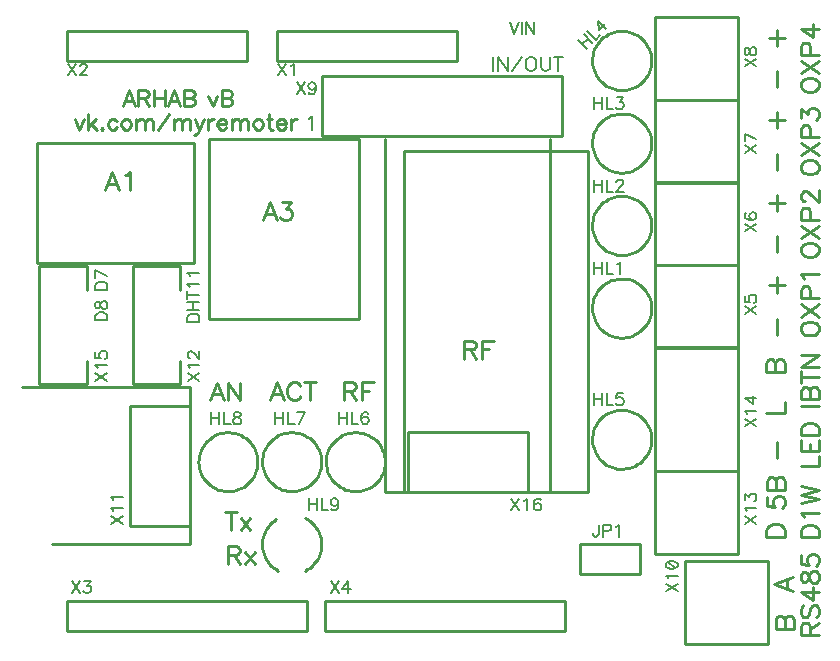
<source format=gto>
G04  Format:          Gerber Format (RS-274-D), ASCII*
G04*
G04  Format Options:  Absolute Positioning*
G04                   Leading-Zero Suppression*
G04                   Scale Factor 1:1*
G04                   NO Circular Interpolation*
G04                   Millimeter Units*
G04                   Numeric Format: 4.4 (XXXX.XXXX)*
G04                   G54 NOT Used for Aperture Change*
G04                   Apertures Embedded*
G04*
G04  File Options:    Offset = (0.000mm,0.000mm)*
G04                   Drill Symbol Size = 0.000mm*
G04                   No Pad/Via Holes*
G04*
G04  File Contents:   No Pads*
G04                   No Vias*
G04                   Designators*
G04                   No Types*
G04                   No Values*
G04                   No Drill Symbols*
G04                   Top Silk*
G04*
%INARHAB_VB.GTO*%
%ICAS*%
%MOMM*%
G04*
G04  Aperture MACROs for general use --- invoked via D-code assignment *
G04*
G04  General MACRO for flashed round with rotation and/or offset hole *
%AMROTOFFROUND*
1,1,$1,0.0000,0.0000*
1,0,$2,$3,$4*%
G04*
G04  General MACRO for flashed oval (obround) with rotation and/or offset hole *
%AMROTOFFOVAL*
21,1,$1,$2,0.0000,0.0000,$3*
1,1,$4,$5,$6*
1,1,$4,0-$5,0-$6*
1,0,$7,$8,$9*%
G04*
G04  General MACRO for flashed oval (obround) with rotation and no hole *
%AMROTOVALNOHOLE*
21,1,$1,$2,0.0000,0.0000,$3*
1,1,$4,$5,$6*
1,1,$4,0-$5,0-$6*%
G04*
G04  General MACRO for flashed rectangle with rotation and/or offset hole *
%AMROTOFFRECT*
21,1,$1,$2,0.0000,0.0000,$3*
1,0,$4,$5,$6*%
G04*
G04  General MACRO for flashed rectangle with rotation and no hole *
%AMROTRECTNOHOLE*
21,1,$1,$2,0.0000,0.0000,$3*%
G04*
G04  General MACRO for flashed rounded-rectangle *
%AMROUNDRECT*
21,1,$1,$2-$4,0.0000,0.0000,$3*
21,1,$1-$4,$2,0.0000,0.0000,$3*
1,1,$4,$5,$6*
1,1,$4,$7,$8*
1,1,$4,0-$5,0-$6*
1,1,$4,0-$7,0-$8*
1,0,$9,$10,$11*%
G04*
G04  General MACRO for flashed rounded-rectangle with rotation and no hole *
%AMROUNDRECTNOHOLE*
21,1,$1,$2-$4,0.0000,0.0000,$3*
21,1,$1-$4,$2,0.0000,0.0000,$3*
1,1,$4,$5,$6*
1,1,$4,$7,$8*
1,1,$4,0-$5,0-$6*
1,1,$4,0-$7,0-$8*%
G04*
G04  General MACRO for flashed regular polygon *
%AMREGPOLY*
5,1,$1,0.0000,0.0000,$2,$3+$4*
1,0,$5,$6,$7*%
G04*
G04  General MACRO for flashed regular polygon with no hole *
%AMREGPOLYNOHOLE*
5,1,$1,0.0000,0.0000,$2,$3+$4*%
G04*
G04  General MACRO for target *
%AMTARGET*
6,0,0,$1,$2,$3,4,$4,$5,$6*%
G04*
G04  General MACRO for mounting hole *
%AMMTHOLE*
1,1,$1,0,0*
1,0,$2,0,0*
$1=$1-$2*
$1=$1/2*
21,1,$2+$1,$3,0,0,$4*
21,1,$3,$2+$1,0,0,$4*%
G04*
G04*
G04  D10 : "Ellipse X0.254mm Y0.254mm H0.000mm 0.0deg (0.000mm,0.000mm) Draw"*
G04  Disc: OuterDia=0.2540*
%ADD10C, 0.2540*%
G04  D11 : "Ellipse X0.279mm Y0.279mm H0.000mm 0.0deg (0.000mm,0.000mm) Draw"*
G04  Disc: OuterDia=0.2794*
%ADD11C, 0.2794*%
G04  D12 : "Ellipse X0.381mm Y0.381mm H0.000mm 0.0deg (0.000mm,0.000mm) Draw"*
G04  Disc: OuterDia=0.3810*
%ADD12C, 0.3810*%
G04  D13 : "Ellipse X0.508mm Y0.508mm H0.000mm 0.0deg (0.000mm,0.000mm) Draw"*
G04  Disc: OuterDia=0.5080*
%ADD13C, 0.5080*%
G04  D14 : "Ellipse X0.635mm Y0.635mm H0.000mm 0.0deg (0.000mm,0.000mm) Draw"*
G04  Disc: OuterDia=0.6350*
%ADD14C, 0.6350*%
G04  D15 : "Ellipse X0.762mm Y0.762mm H0.000mm 0.0deg (0.000mm,0.000mm) Draw"*
G04  Disc: OuterDia=0.7620*
%ADD15C, 0.7620*%
G04  D16 : "Ellipse X0.127mm Y0.127mm H0.000mm 0.0deg (0.000mm,0.000mm) Draw"*
G04  Disc: OuterDia=0.1270*
%ADD16C, 0.1270*%
G04  D17 : "Ellipse X0.152mm Y0.152mm H0.000mm 0.0deg (0.000mm,0.000mm) Draw"*
G04  Disc: OuterDia=0.1524*
%ADD17C, 0.1524*%
G04  D18 : "Ellipse X0.180mm Y0.180mm H0.000mm 0.0deg (0.000mm,0.000mm) Draw"*
G04  Disc: OuterDia=0.1800*
%ADD18C, 0.1800*%
G04  D19 : "Ellipse X0.250mm Y0.250mm H0.000mm 0.0deg (0.000mm,0.000mm) Draw"*
G04  Disc: OuterDia=0.2500*
%ADD19C, 0.2500*%
G04  D20 : "Ellipse X3.152mm Y3.152mm H0.000mm 0.0deg (0.000mm,0.000mm) Flash"*
G04  Disc: OuterDia=3.1520*
%ADD20C, 3.1520*%
G04  D21 : "Ellipse X1.500mm Y1.500mm H0.000mm 0.0deg (0.000mm,0.000mm) Flash"*
G04  Disc: OuterDia=1.5000*
%ADD21C, 1.5000*%
G04  D22 : "Ellipse X1.524mm Y1.524mm H0.000mm 0.0deg (0.000mm,0.000mm) Flash"*
G04  Disc: OuterDia=1.5240*
%ADD22C, 1.5240*%
G04  D23 : "Ellipse X1.626mm Y1.626mm H0.000mm 0.0deg (0.000mm,0.000mm) Flash"*
G04  Disc: OuterDia=1.6256*
%ADD23C, 1.6256*%
G04  D24 : "Ellipse X1.652mm Y1.652mm H0.000mm 0.0deg (0.000mm,0.000mm) Flash"*
G04  Disc: OuterDia=1.6520*
%ADD24C, 1.6520*%
G04  D25 : "Ellipse X1.676mm Y1.676mm H0.000mm 0.0deg (0.000mm,0.000mm) Flash"*
G04  Disc: OuterDia=1.6760*
%ADD25C, 1.6760*%
G04  D26 : "Ellipse X1.778mm Y1.778mm H0.000mm 0.0deg (0.000mm,0.000mm) Flash"*
G04  Disc: OuterDia=1.7776*
%ADD26C, 1.7776*%
G04  D27 : "Mounting Hole X3.000mm Y3.000mm H0.000mm 0.0deg (0.000mm,0.000mm) Flash"*
G04  Mounting Hole: Diameter=3.0000, Rotation=0.0, LineWidth=0.1270 *
%ADD27MTHOLE, 3.0000 X2.4920 X0.1270 X0.0*%
G04  D28 : "Rectangle X0.813mm Y0.813mm H0.000mm 0.0deg (0.000mm,0.000mm) Flash"*
G04  Square: Side=0.8128, Rotation=0.0, OffsetX=0.0000, OffsetY=0.0000, HoleDia=0.0000*
%ADD28R, 0.8128 X0.8128*%
G04  D29 : "Rectangle X0.965mm Y0.965mm H0.000mm 0.0deg (0.000mm,0.000mm) Flash"*
G04  Square: Side=0.9648, Rotation=0.0, OffsetX=0.0000, OffsetY=0.0000, HoleDia=0.0000*
%ADD29R, 0.9648 X0.9648*%
G04  D30 : "Rectangle X1.500mm Y1.000mm H0.000mm 0.0deg (0.000mm,0.000mm) Flash"*
G04  Rectangular: DimX=1.5000, DimY=1.0000, Rotation=0.0, OffsetX=0.0000, OffsetY=0.0000, HoleDia=0.0000 *
%ADD30R, 1.5000 X1.0000*%
G04  D31 : "Rectangle X1.400mm Y1.100mm H0.000mm 0.0deg (0.000mm,0.000mm) Flash"*
G04  Rectangular: DimX=1.4000, DimY=1.1000, Rotation=0.0, OffsetX=0.0000, OffsetY=0.0000, HoleDia=0.0000 *
%ADD31R, 1.4000 X1.1000*%
G04  D32 : "Rectangle X1.652mm Y1.152mm H0.000mm 0.0deg (0.000mm,0.000mm) Flash"*
G04  Rectangular: DimX=1.6520, DimY=1.1520, Rotation=0.0, OffsetX=0.0000, OffsetY=0.0000, HoleDia=0.0000 *
%ADD32R, 1.6520 X1.1520*%
G04  D33 : "Rectangle X1.552mm Y1.252mm H0.000mm 0.0deg (0.000mm,0.000mm) Flash"*
G04  Rectangular: DimX=1.5520, DimY=1.2520, Rotation=0.0, OffsetX=0.0000, OffsetY=0.0000, HoleDia=0.0000 *
%ADD33R, 1.5520 X1.2520*%
G04  D34 : "Rectangle X1.500mm Y1.500mm H0.000mm 0.0deg (0.000mm,0.000mm) Flash"*
G04  Square: Side=1.5000, Rotation=0.0, OffsetX=0.0000, OffsetY=0.0000, HoleDia=0.0000*
%ADD34R, 1.5000 X1.5000*%
G04  D35 : "Rectangle X1.524mm Y1.524mm H0.000mm 0.0deg (0.000mm,0.000mm) Flash"*
G04  Square: Side=1.5240, Rotation=0.0, OffsetX=0.0000, OffsetY=0.0000, HoleDia=0.0000*
%ADD35R, 1.5240 X1.5240*%
G04  D36 : "Rectangle X1.626mm Y1.626mm H0.000mm 0.0deg (0.000mm,0.000mm) Flash"*
G04  Square: Side=1.6256, Rotation=0.0, OffsetX=0.0000, OffsetY=0.0000, HoleDia=0.0000*
%ADD36R, 1.6256 X1.6256*%
G04  D37 : "Rectangle X1.652mm Y1.652mm H0.000mm 0.0deg (0.000mm,0.000mm) Flash"*
G04  Square: Side=1.6520, Rotation=0.0, OffsetX=0.0000, OffsetY=0.0000, HoleDia=0.0000*
%ADD37R, 1.6520 X1.6520*%
G04  D38 : "Rectangle X1.676mm Y1.676mm H0.000mm 0.0deg (0.000mm,0.000mm) Flash"*
G04  Square: Side=1.6760, Rotation=0.0, OffsetX=0.0000, OffsetY=0.0000, HoleDia=0.0000*
%ADD38R, 1.6760 X1.6760*%
G04  D39 : "Rectangle X1.778mm Y1.778mm H0.000mm 0.0deg (0.000mm,0.000mm) Flash"*
G04  Square: Side=1.7776, Rotation=0.0, OffsetX=0.0000, OffsetY=0.0000, HoleDia=0.0000*
%ADD39R, 1.7776 X1.7776*%
G04  D40 : "Rectangle X2.032mm Y0.660mm H0.000mm 0.0deg (0.000mm,0.000mm) Flash"*
G04  Rectangular: DimX=2.0320, DimY=0.6604, Rotation=0.0, OffsetX=0.0000, OffsetY=0.0000, HoleDia=0.0000 *
%ADD40R, 2.0320 X0.6604*%
G04  D41 : "Rectangle X0.660mm Y2.032mm H0.000mm 0.0deg (0.000mm,0.000mm) Flash"*
G04  Rectangular: DimX=0.6604, DimY=2.0320, Rotation=0.0, OffsetX=0.0000, OffsetY=0.0000, HoleDia=0.0000 *
%ADD41R, 0.6604 X2.0320*%
G04  D42 : "Rectangle X2.184mm Y0.812mm H0.000mm 0.0deg (0.000mm,0.000mm) Flash"*
G04  Rectangular: DimX=2.1840, DimY=0.8124, Rotation=0.0, OffsetX=0.0000, OffsetY=0.0000, HoleDia=0.0000 *
%ADD42R, 2.1840 X0.8124*%
G04  D43 : "Rectangle X0.812mm Y2.184mm H0.000mm 0.0deg (0.000mm,0.000mm) Flash"*
G04  Rectangular: DimX=0.8124, DimY=2.1840, Rotation=0.0, OffsetX=0.0000, OffsetY=0.0000, HoleDia=0.0000 *
%ADD43R, 0.8124 X2.1840*%
G04  D44 : "Ellipse X1.016mm Y1.016mm H0.000mm 0.0deg (0.000mm,0.000mm) Flash"*
G04  Disc: OuterDia=1.0160*
%ADD44C, 1.0160*%
G04  D45 : "Ellipse X1.168mm Y1.168mm H0.000mm 0.0deg (0.000mm,0.000mm) Flash"*
G04  Disc: OuterDia=1.1680*
%ADD45C, 1.1680*%
G04*
%FSLAX44Y44*%
%SFA1B1*%
%OFA0.000B0.000*%
G04*
G71*
G90*
G01*
D2*
%LNTop Silk*%
D10*
X1269584Y595763*
Y580185D1*
X1264391Y595763D2*
X1274777D1*
X1277744Y590571D2*
X1285904Y580185D1*
Y590571D2*
X1277744Y580185D1*
X1266617Y559453D2*
X1273293D1*
X1275519Y560194*
X1276261Y560936*
X1277002Y562420*
Y563904*
X1276261Y565387*
X1275519Y566129*
X1273293Y566871*
X1266617*
Y551292*
X1271810Y559453D2*
X1277002Y551292D1*
X1281453Y561678D2*
X1289614Y551292D1*
Y561678D2*
X1281453Y551292D1*
X1466640Y733346D2*
X1473312D1*
X1475536Y734087*
X1476277Y734829*
X1477018Y736311*
Y737794*
X1476277Y739277*
X1475536Y740018*
X1473312Y740759*
X1466640*
Y725191*
X1471829Y733346D2*
X1477018Y725191D1*
X1491845Y740759D2*
X1482207D1*
Y725191*
Y733346D2*
X1488138D1*
X1722561Y574533D2*
X1738488D1*
Y579842*
X1737729Y582117*
X1736213Y583634*
X1734696Y584393*
X1732421Y585151*
X1728628*
X1726353Y584393*
X1724836Y583634*
X1723319Y582117*
X1722561Y579842*
Y574533*
X1731778Y641179D2*
Y654701D1*
X1722561Y714233D2*
X1738488D1*
Y721059*
X1737729Y723334*
X1736971Y724093*
X1735454Y724851*
X1733179*
X1731662Y724093*
X1730904Y723334*
X1730145Y721059*
X1729387Y723334*
X1728628Y724093*
X1727112Y724851*
X1725595*
X1724078Y724093*
X1723319Y723334*
X1722561Y721059*
Y714233*
X1730145D2*
Y721059D1*
X1725017Y787640D2*
X1738538D1*
X1731778Y780879D2*
Y794401D1*
Y815804D2*
Y829326D1*
X1725017Y857490D2*
X1738538D1*
X1731778Y850729D2*
Y864251D1*
Y885654D2*
Y899176D1*
X1725017Y927340D2*
X1738538D1*
X1731778Y920579D2*
Y934101D1*
Y955504D2*
Y969026D1*
D2*
D17*
X1154523Y757925*
X1164630D1*
Y761294*
X1164149Y762738*
X1163186Y763701*
X1162224Y764182*
X1160780Y764663*
X1158373*
X1156929Y764182*
X1155967Y763701*
X1155004Y762738*
X1154523Y761294*
Y757925*
Y769958D2*
X1155004Y768514D1*
X1155967Y768032*
X1156929*
X1157892Y768514*
X1158373Y769476*
X1158855Y771402*
X1159336Y772846*
X1160298Y773808*
X1161261Y774289*
X1162705*
X1163668Y773808*
X1164149Y773327*
X1164630Y771883*
Y769958*
X1164149Y768514*
X1163668Y768032*
X1162705Y767551*
X1161261*
X1160298Y768032*
X1159336Y768995*
X1158855Y770439*
X1158373Y772364*
X1157892Y773327*
X1156929Y773808*
X1155967*
X1155004Y773327*
X1154523Y771883*
Y769958*
Y783916D2*
X1164630D1*
Y787285*
X1164149Y788729*
X1163186Y789692*
X1162224Y790173*
X1160780Y790654*
X1158373*
X1156929Y790173*
X1155967Y789692*
X1155004Y788729*
X1154523Y787285*
Y783916*
X1164630Y795467D2*
X1154523Y800280D1*
Y793542*
D2*
D10*
X1263229Y690133*
X1257450Y705302D1*
X1251672Y690133*
X1253839Y695190D2*
X1261062D1*
X1276953Y705302D2*
Y690133D1*
X1266840Y705302*
Y690133*
D2*
D17*
X1232529Y756924*
X1242632D1*
Y760292*
X1242151Y761735*
X1241188Y762697*
X1240226Y763178*
X1238783Y763659*
X1236377*
X1234934Y763178*
X1233972Y762697*
X1233010Y761735*
X1232529Y760292*
Y756924*
Y767027D2*
X1242632D1*
X1232529Y773763D2*
X1242632D1*
X1237340Y767027D2*
Y773763D1*
X1232529Y779536D2*
X1242632D1*
X1232529Y776168D2*
Y782904D1*
X1234453Y786272D2*
X1233972Y787234D1*
X1232529Y788677*
X1242632*
X1234453Y795894D2*
X1233972Y796856D1*
X1232529Y798299*
X1242632*
D2*
D10*
X1314256Y690227*
X1308371Y705677D1*
X1302485Y690227*
X1304692Y695377D2*
X1312049D1*
X1328234Y701998D2*
X1327498Y703469D1*
X1326027Y704941*
X1324556Y705677*
X1321613*
X1320142Y704941*
X1318670Y703469*
X1317935Y701998*
X1317199Y699791*
Y696113*
X1317935Y693906*
X1318670Y692434*
X1320142Y690963*
X1321613Y690227*
X1324556*
X1326027Y690963*
X1327498Y692434*
X1328234Y693906*
X1336327Y705677D2*
Y690227D1*
X1331177Y705677D2*
X1341477D1*
D2*
D18*
X1335375Y928500*
X1336500Y929062D1*
X1338187Y930750*
Y918937*
D2*
D10*
X1723067Y608005*
Y600601D1*
X1729730Y599861*
X1728989Y600601*
X1728249Y602822*
Y605044*
X1728989Y607265*
X1730470Y608745*
X1732691Y609486*
X1734172*
X1736393Y608745*
X1737874Y607265*
X1738614Y605044*
Y602822*
X1737874Y600601*
X1737134Y599861*
X1735653Y599121*
X1723067Y614668D2*
X1738614D1*
Y621332*
X1737874Y623553*
X1737134Y624293*
X1735653Y625034*
X1733432*
X1731951Y624293*
X1731211Y623553*
X1730470Y621332*
X1729730Y623553*
X1728989Y624293*
X1727509Y625034*
X1726028*
X1724547Y624293*
X1723807Y623553*
X1723067Y621332*
Y614668*
X1730470D2*
Y621332D1*
X1731778Y745954D2*
Y759476D1*
X1722308Y679344D2*
X1738425D1*
Y688554*
X1725017Y997190D2*
X1738538D1*
X1731778Y990429D2*
Y1003951D1*
D2*
D11*
X1235075Y568325*
Y701675D1*
X1400175Y911225D2*
Y612775D1*
X1416050Y901700D2*
Y612775D1*
X1539875Y911225D2*
Y612775D1*
X1571625Y901700D2*
Y612775D1*
X1117600Y568325D2*
X1235075D1*
X1092200Y701675D2*
X1235075D1*
D2*
D18*
X1491325Y980950*
Y969137D1*
X1503700Y980950D2*
Y969137D1*
X1495825Y980950*
Y969137*
X1507637D2*
X1515512Y980950D1*
X1522262D2*
X1521137Y980387D1*
X1520012Y979262*
X1519450Y978137*
X1518887Y976450*
Y973637*
X1519450Y971950*
X1520012Y970825*
X1521137Y969700*
X1522262Y969137*
X1524512*
X1525637Y969700*
X1526762Y970825*
X1527325Y971950*
X1527887Y973637*
Y976450*
X1527325Y978137*
X1526762Y979262*
X1525637Y980387*
X1524512Y980950*
X1522262*
X1531825D2*
Y972512D1*
X1532387Y970825*
X1533512Y969700*
X1535200Y969137*
X1536325*
X1538012Y969700*
X1539137Y970825*
X1539700Y972512*
Y980950*
X1546450D2*
Y969137D1*
X1542512Y980950D2*
X1550387D1*
D2*
D17*
X1505426Y1010285*
X1509236Y1000283D1*
X1513046Y1010285*
X1515427D2*
Y1000283D1*
X1525905Y1010285D2*
Y1000283D1*
X1519237Y1010285*
Y1000283*
D2*
D10*
X1730486Y497033*
X1746413D1*
Y503859*
X1745654Y506134*
X1744896Y506893*
X1743379Y507651*
X1741104*
X1739587Y506893*
X1738829Y506134*
X1738070Y503859*
X1737312Y506134*
X1736553Y506893*
X1735037Y507651*
X1733520*
X1732003Y506893*
X1731244Y506134*
X1730486Y503859*
Y497033*
X1738070D2*
Y503859D1*
X1365040Y698421D2*
X1371712D1*
X1373936Y699162*
X1374677Y699904*
X1375418Y701386*
Y702869*
X1374677Y704352*
X1373936Y705093*
X1371712Y705834*
X1365040*
Y690266*
X1370229Y698421D2*
X1375418Y690266D1*
X1390245Y705834D2*
X1380607D1*
Y690266*
Y698421D2*
X1386538D1*
X1751831Y574434D2*
X1767237D1*
Y579569*
X1766503Y581770*
X1765036Y583237*
X1763569Y583971*
X1761368Y584704*
X1757700*
X1755499Y583971*
X1754032Y583237*
X1752565Y581770*
X1751831Y579569*
Y574434*
X1754766Y591307D2*
X1754032Y592774D1*
X1751831Y594975*
X1767237*
X1751831Y603044D2*
X1767237Y606712D1*
X1751831Y610380*
X1767237Y614048*
X1751831Y617716*
X1759240Y491868D2*
Y498433D1*
X1758511Y500622*
X1757781Y501352*
X1756322Y502081*
X1754863*
X1753404Y501352*
X1752674Y500622*
X1751945Y498433*
Y491868*
X1767265*
X1759240Y496974D2*
X1767265Y502081D1*
X1754133Y516672D2*
X1752674Y515213D1*
X1751945Y513024*
Y510106*
X1752674Y507917*
X1754133Y506458*
X1755593*
X1757052Y507188*
X1757781Y507917*
X1758511Y509376*
X1759970Y513754*
X1760699Y515213*
X1761429Y515942*
X1762888Y516672*
X1765076*
X1766536Y515213*
X1767265Y513024*
Y510106*
X1766536Y507917*
X1765076Y506458*
X1767265Y528344D2*
X1751945D1*
X1762158Y521049*
Y531992*
X1751945Y539287D2*
X1752674Y537099D1*
X1754133Y536369*
X1755593*
X1757052Y537099*
X1757781Y538558*
X1758511Y541476*
X1759240Y543665*
X1760699Y545124*
X1762158Y545853*
X1764347*
X1765806Y545124*
X1766536Y544394*
X1767265Y542206*
Y539287*
X1766536Y537099*
X1765806Y536369*
X1764347Y535640*
X1762158*
X1760699Y536369*
X1759240Y537828*
X1758511Y540017*
X1757781Y542935*
X1757052Y544394*
X1755593Y545124*
X1754133*
X1752674Y544394*
X1751945Y542206*
Y539287*
Y558985D2*
Y551689D1*
X1758511Y550960*
X1757781Y551689*
X1757052Y553878*
Y556067*
X1757781Y558255*
X1759240Y559714*
X1761429Y560444*
X1762888*
X1765076Y559714*
X1766536Y558255*
X1767265Y556067*
Y553878*
X1766536Y551689*
X1765806Y550960*
X1764347Y550230*
X1745368Y541001D2*
X1729307Y534883D1*
X1745368Y528764*
X1740015Y531059D2*
Y538707D1*
X1751900Y749530D2*
X1752632Y748067D1*
X1754094Y746605*
X1755556Y745874*
X1757749Y745143*
X1761405*
X1763598Y745874*
X1765061Y746605*
X1766523Y748067*
X1767254Y749530*
Y752454*
X1766523Y753916*
X1765061Y755379*
X1763598Y756110*
X1761405Y756841*
X1757749*
X1755556Y756110*
X1754094Y755379*
X1752632Y753916*
X1751900Y752454*
Y749530*
Y761227D2*
X1767254Y771463D1*
X1751900D2*
X1767254Y761227D1*
X1759943Y776581D2*
Y783161D1*
X1759212Y785354*
X1758481Y786086*
X1757018Y786817*
X1754825*
X1753363Y786086*
X1752632Y785354*
X1751900Y783161*
Y776581*
X1767254*
X1754825Y793397D2*
X1754094Y794859D1*
X1751900Y797052*
X1767254*
X1751900Y816205D2*
X1752632Y814742D1*
X1754094Y813280*
X1755556Y812549*
X1757749Y811818*
X1761405*
X1763598Y812549*
X1765061Y813280*
X1766523Y814742*
X1767254Y816205*
Y819129*
X1766523Y820591*
X1765061Y822054*
X1763598Y822785*
X1761405Y823516*
X1757749*
X1755556Y822785*
X1754094Y822054*
X1752632Y820591*
X1751900Y819129*
Y816205*
Y827902D2*
X1767254Y838138D1*
X1751900D2*
X1767254Y827902D1*
X1759943Y843256D2*
Y849836D1*
X1759212Y852029*
X1758481Y852761*
X1757018Y853492*
X1754825*
X1753363Y852761*
X1752632Y852029*
X1751900Y849836*
Y843256*
X1767254*
X1755556Y858610D2*
X1754825D1*
X1753363Y859341*
X1752632Y860072*
X1751900Y861534*
Y864459*
X1752632Y865921*
X1753363Y866652*
X1754825Y867383*
X1756287*
X1757749Y866652*
X1759943Y865190*
X1767254Y857878*
Y868114*
X1751900Y886055D2*
X1752632Y884592D1*
X1754094Y883130*
X1755556Y882399*
X1757749Y881668*
X1761405*
X1763598Y882399*
X1765061Y883130*
X1766523Y884592*
X1767254Y886055*
Y888979*
X1766523Y890441*
X1765061Y891904*
X1763598Y892635*
X1761405Y893366*
X1757749*
X1755556Y892635*
X1754094Y891904*
X1752632Y890441*
X1751900Y888979*
Y886055*
Y897752D2*
X1767254Y907988D1*
X1751900D2*
X1767254Y897752D1*
X1759943Y913106D2*
Y919686D1*
X1759212Y921879*
X1758481Y922611*
X1757018Y923342*
X1754825*
X1753363Y922611*
X1752632Y921879*
X1751900Y919686*
Y913106*
X1767254*
X1751900Y929191D2*
Y937233D1*
X1757749Y932846*
Y935040*
X1758481Y936502*
X1759212Y937233*
X1761405Y937964*
X1762867*
X1765061Y937233*
X1766523Y935771*
X1767254Y933577*
Y931384*
X1766523Y929191*
X1765792Y928460*
X1764330Y927728*
X1751998Y634735D2*
X1767279D1*
Y643466*
X1751998Y656564D2*
Y647105D1*
X1767279*
Y656564*
X1759275Y647105D2*
Y652926D1*
X1751998Y660929D2*
X1767279D1*
Y666023*
X1766551Y668206*
X1765096Y669661*
X1763640Y670389*
X1761458Y671116*
X1757819*
X1755637Y670389*
X1754181Y669661*
X1752726Y668206*
X1751998Y666023*
Y660929*
Y685669D2*
X1767279D1*
X1751998Y691490D2*
X1767279D1*
Y698038*
X1766551Y700221*
X1765823Y700949*
X1764368Y701676*
X1762185*
X1760730Y700949*
X1760002Y700221*
X1759275Y698038*
X1758547Y700221*
X1757819Y700949*
X1756364Y701676*
X1754909*
X1753454Y700949*
X1752726Y700221*
X1751998Y698038*
Y691490*
X1759275D2*
Y698038D1*
X1751998Y709680D2*
X1767279D1*
X1751998Y704587D2*
Y714774D1*
Y728598D2*
X1767279D1*
X1751998Y718412*
X1767279*
X1751900Y955905D2*
X1752632Y954442D1*
X1754094Y952980*
X1755556Y952249*
X1757749Y951518*
X1761405*
X1763598Y952249*
X1765061Y952980*
X1766523Y954442*
X1767254Y955905*
Y958829*
X1766523Y960291*
X1765061Y961754*
X1763598Y962485*
X1761405Y963216*
X1757749*
X1755556Y962485*
X1754094Y961754*
X1752632Y960291*
X1751900Y958829*
Y955905*
Y967602D2*
X1767254Y977838D1*
X1751900D2*
X1767254Y967602D1*
X1759943Y982956D2*
Y989536D1*
X1759212Y991729*
X1758481Y992461*
X1757018Y993192*
X1754825*
X1753363Y992461*
X1752632Y991729*
X1751900Y989536*
Y982956*
X1767254*
Y1004890D2*
X1751900D1*
X1762136Y997578*
Y1008545*
X1187795Y939445D2*
X1182715Y952780D1*
X1177635Y939445*
X1179540Y943890D2*
X1185890D1*
X1190970Y946430D2*
X1196685D1*
X1198590Y947065*
X1199225Y947700*
X1199860Y948970*
Y950240*
X1199225Y951510*
X1198590Y952145*
X1196685Y952780*
X1190970*
Y939445*
X1195415Y946430D2*
X1199860Y939445D1*
X1204305Y952780D2*
Y939445D1*
X1213195Y952780D2*
Y939445D1*
X1204305Y946430D2*
X1213195D1*
X1226530Y939445D2*
X1221450Y952780D1*
X1216370Y939445*
X1218275Y943890D2*
X1224625D1*
X1229705Y952780D2*
Y939445D1*
X1235420*
X1237325Y940080*
X1237960Y940715*
X1238595Y941985*
Y943890*
X1237960Y945160*
X1237325Y945795*
X1235420Y946430*
X1237325Y947065*
X1237960Y947700*
X1238595Y948970*
Y950240*
X1237960Y951510*
X1237325Y952145*
X1235420Y952780*
X1229705*
Y946430D2*
X1235420D1*
X1250025Y948335D2*
X1253835Y939445D1*
X1257645Y948335*
X1261455Y952780D2*
Y939445D1*
X1267170*
X1269075Y940080*
X1269710Y940715*
X1270345Y941985*
Y943890*
X1269710Y945160*
X1269075Y945795*
X1267170Y946430*
X1269075Y947065*
X1269710Y947700*
X1270345Y948970*
Y950240*
X1269710Y951510*
X1269075Y952145*
X1267170Y952780*
X1261455*
Y946430D2*
X1267170D1*
D2*
D11*
X1416050Y901700*
X1571625D1*
D2*
D10*
X1137270Y928335*
X1141080Y919445D1*
X1144890Y928335*
X1148700Y932780D2*
Y919445D1*
X1155050Y928335D2*
X1148700Y921985D1*
X1151240Y924525D2*
X1155685Y919445D1*
X1160130Y920715D2*
X1159495Y920080D1*
X1160130Y919445*
X1160765Y920080*
X1160130Y920715*
X1172830Y926430D2*
X1171560Y927700D1*
X1170290Y928335*
X1168385*
X1167115Y927700*
X1165845Y926430*
X1165210Y924525*
Y923255*
X1165845Y921350*
X1167115Y920080*
X1168385Y919445*
X1170290*
X1171560Y920080*
X1172830Y921350*
X1179815Y928335D2*
X1178545Y927700D1*
X1177275Y926430*
X1176640Y924525*
Y923255*
X1177275Y921350*
X1178545Y920080*
X1179815Y919445*
X1181720*
X1182990Y920080*
X1184260Y921350*
X1184895Y923255*
Y924525*
X1184260Y926430*
X1182990Y927700*
X1181720Y928335*
X1179815*
X1189340D2*
Y919445D1*
Y925795D2*
X1191245Y927700D1*
X1192515Y928335*
X1194420*
X1195690Y927700*
X1196325Y925795*
Y919445*
Y925795D2*
X1198230Y927700D1*
X1199500Y928335*
X1201405*
X1202675Y927700*
X1203310Y925795*
Y919445*
X1207755D2*
X1216645Y932780D1*
X1221090Y928335D2*
Y919445D1*
Y925795D2*
X1222995Y927700D1*
X1224265Y928335*
X1226170*
X1227440Y927700*
X1228075Y925795*
Y919445*
Y925795D2*
X1229980Y927700D1*
X1231250Y928335*
X1233155*
X1234425Y927700*
X1235060Y925795*
Y919445*
X1238870Y928335D2*
X1242680Y919445D1*
X1241410Y916905*
X1240140Y915635*
X1238870Y915000*
X1238235*
X1246490Y928335D2*
X1242680Y919445D1*
X1250300Y928335D2*
Y919445D1*
Y924525D2*
X1250935Y926430D1*
X1252205Y927700*
X1253475Y928335*
X1255380*
X1257920Y924525D2*
X1265540D1*
Y925795*
X1264905Y927065*
X1264270Y927700*
X1263000Y928335*
X1261095*
X1259825Y927700*
X1258555Y926430*
X1257920Y924525*
Y923255*
X1258555Y921350*
X1259825Y920080*
X1261095Y919445*
X1263000*
X1264270Y920080*
X1265540Y921350*
X1269985Y928335D2*
Y919445D1*
Y925795D2*
X1271890Y927700D1*
X1273160Y928335*
X1275065*
X1276335Y927700*
X1276970Y925795*
Y919445*
Y925795D2*
X1278875Y927700D1*
X1280145Y928335*
X1282050*
X1283320Y927700*
X1283955Y925795*
Y919445*
X1291575Y928335D2*
X1290305Y927700D1*
X1289035Y926430*
X1288400Y924525*
Y923255*
X1289035Y921350*
X1290305Y920080*
X1291575Y919445*
X1293480*
X1294750Y920080*
X1296020Y921350*
X1296655Y923255*
Y924525*
X1296020Y926430*
X1294750Y927700*
X1293480Y928335*
X1291575*
X1301735Y932780D2*
Y921985D1*
X1302370Y920080*
X1303640Y919445*
X1304910*
X1299830Y928335D2*
X1304275D1*
X1308085Y924525D2*
X1315705D1*
Y925795*
X1315070Y927065*
X1314435Y927700*
X1313165Y928335*
X1311260*
X1309990Y927700*
X1308720Y926430*
X1308085Y924525*
Y923255*
X1308720Y921350*
X1309990Y920080*
X1311260Y919445*
X1313165*
X1314435Y920080*
X1315705Y921350*
X1320150Y928335D2*
Y919445D1*
Y924525D2*
X1320785Y926430D1*
X1322055Y927700*
X1323325Y928335*
X1325230*
D2*
D11*
X1400175Y612775*
X1571625D1*
D2*
D10*
X1278019Y615821*
X1280223Y617068D1*
X1282289Y618532*
X1284197Y620197*
X1285927Y622047*
X1287460Y624062*
X1288782Y626222*
X1289879Y628505*
X1290739Y630887*
X1291353Y633344*
X1291716Y635850*
X1291824Y638380*
X1291675Y640908*
X1291271Y643408*
X1290616Y645854*
X1289717Y648222*
X1288583Y650486*
X1287226Y652624*
X1285659Y654614*
X1283899Y656435*
X1281964Y658069*
X1279874Y659499*
X1277650Y660709*
X1275314Y661689*
X1272892Y662427*
X1270407Y662917*
X1267886Y663152*
X1265353Y663131*
X1262836Y662854*
X1260360Y662324*
X1257950Y661546*
X1255631Y660528*
X1253427Y659281*
X1251360Y657817*
X1249452Y656152*
X1247722Y654302*
X1246189Y652287*
X1244867Y650127*
X1243770Y647844*
X1242910Y645462*
X1242296Y643006*
X1241933Y640499*
X1241825Y637969*
X1241974Y635441*
X1242378Y632941*
X1243033Y630495*
X1243932Y628127*
X1245066Y625863*
X1246424Y623725*
X1247990Y621735*
X1249750Y619914*
X1251685Y618280*
X1253775Y616850*
X1256000Y615640*
X1258335Y614660*
X1260757Y613922*
X1263242Y613433*
X1265764Y613197*
X1268296Y613218*
X1270813Y613495*
X1273290Y614025*
X1275700Y614803*
X1278019Y615821*
D2*
D17*
X1252887Y680314*
Y670141D1*
X1259670Y680314D2*
Y670141D1*
X1252887Y675470D2*
X1259670D1*
X1263545Y680314D2*
Y670141D1*
X1269359*
X1273719Y680314D2*
X1272266Y679830D1*
X1271781Y678861*
Y677892*
X1272266Y676923*
X1273235Y676439*
X1275172Y675954*
X1276626Y675470*
X1277595Y674501*
X1278079Y673532*
Y672079*
X1277595Y671110*
X1277110Y670625*
X1275657Y670141*
X1273719*
X1272266Y670625*
X1271781Y671110*
X1271297Y672079*
Y673532*
X1271781Y674501*
X1272750Y675470*
X1274204Y675954*
X1276141Y676439*
X1277110Y676923*
X1277595Y677892*
Y678861*
X1277110Y679830*
X1275657Y680314*
X1273719*
D2*
D10*
X1385969Y615821*
X1388173Y617068D1*
X1390239Y618532*
X1392147Y620197*
X1393877Y622047*
X1395410Y624062*
X1396732Y626222*
X1397829Y628505*
X1398689Y630887*
X1399303Y633344*
X1399666Y635850*
X1399774Y638380*
X1399625Y640908*
X1399221Y643408*
X1398566Y645854*
X1397667Y648222*
X1396533Y650486*
X1395176Y652624*
X1393609Y654614*
X1391849Y656435*
X1389914Y658069*
X1387824Y659499*
X1385600Y660709*
X1383264Y661689*
X1380842Y662427*
X1378357Y662917*
X1375836Y663152*
X1373303Y663131*
X1370786Y662854*
X1368310Y662324*
X1365900Y661546*
X1363581Y660528*
X1361377Y659281*
X1359310Y657817*
X1357402Y656152*
X1355672Y654302*
X1354139Y652287*
X1352817Y650127*
X1351720Y647844*
X1350860Y645462*
X1350246Y643006*
X1349883Y640499*
X1349775Y637969*
X1349924Y635441*
X1350328Y632941*
X1350983Y630495*
X1351882Y628127*
X1353016Y625863*
X1354374Y623725*
X1355940Y621735*
X1357700Y619914*
X1359635Y618280*
X1361725Y616850*
X1363950Y615640*
X1366285Y614660*
X1368707Y613922*
X1371192Y613433*
X1373714Y613197*
X1376246Y613218*
X1378763Y613495*
X1381240Y614025*
X1383650Y614803*
X1385969Y615821*
D2*
D17*
X1360837Y680314*
Y670141D1*
X1367620Y680314D2*
Y670141D1*
X1360837Y675470D2*
X1367620D1*
X1371495Y680314D2*
Y670141D1*
X1377309*
X1385545Y678861D2*
X1385060Y679830D1*
X1383607Y680314*
X1382638*
X1381185Y679830*
X1380216Y678377*
X1379731Y675954*
Y673532*
X1380216Y671594*
X1381185Y670625*
X1382638Y670141*
X1383122*
X1384576Y670625*
X1385545Y671594*
X1386029Y673048*
Y673532*
X1385545Y674985*
X1384576Y675954*
X1383122Y676439*
X1382638*
X1381185Y675954*
X1380216Y674985*
X1379731Y673532*
D2*
D10*
X1331994Y615821*
X1334198Y617068D1*
X1336264Y618532*
X1338172Y620197*
X1339902Y622047*
X1341435Y624062*
X1342757Y626222*
X1343854Y628505*
X1344714Y630887*
X1345328Y633344*
X1345691Y635850*
X1345799Y638380*
X1345650Y640908*
X1345246Y643408*
X1344591Y645854*
X1343692Y648222*
X1342558Y650486*
X1341201Y652624*
X1339634Y654614*
X1337874Y656435*
X1335939Y658069*
X1333849Y659499*
X1331625Y660709*
X1329289Y661689*
X1326867Y662427*
X1324382Y662917*
X1321861Y663152*
X1319328Y663131*
X1316811Y662854*
X1314335Y662324*
X1311925Y661546*
X1309606Y660528*
X1307402Y659281*
X1305335Y657817*
X1303427Y656152*
X1301697Y654302*
X1300164Y652287*
X1298842Y650127*
X1297745Y647844*
X1296885Y645462*
X1296271Y643006*
X1295908Y640499*
X1295800Y637969*
X1295949Y635441*
X1296353Y632941*
X1297008Y630495*
X1297907Y628127*
X1299041Y625863*
X1300399Y623725*
X1301965Y621735*
X1303725Y619914*
X1305660Y618280*
X1307750Y616850*
X1309975Y615640*
X1312310Y614660*
X1314732Y613922*
X1317217Y613433*
X1319739Y613197*
X1322271Y613218*
X1324788Y613495*
X1327265Y614025*
X1329675Y614803*
X1331994Y615821*
D2*
D17*
X1306862Y680314*
Y670141D1*
X1313645Y680314D2*
Y670141D1*
X1306862Y675470D2*
X1313645D1*
X1317520Y680314D2*
Y670141D1*
X1323334*
X1327210D2*
X1332054Y680314D1*
X1325272*
D2*
D10*
X1565275Y568325*
X1616075D1*
X1565275Y542925D2*
X1616075D1*
X1565275Y568325D2*
Y542925D1*
X1616075Y568325D2*
Y542925D1*
D2*
D17*
X1580617Y585073*
Y577317D1*
X1580132Y575862*
X1579647Y575378*
X1578678Y574893*
X1577708*
X1576739Y575378*
X1576254Y575862*
X1575769Y577317*
Y578286*
X1584495Y579740D2*
X1588857D1*
X1590312Y580225*
X1590796Y580710*
X1591281Y581679*
Y583134*
X1590796Y584103*
X1590312Y584588*
X1588857Y585073*
X1584495*
Y574893*
X1595644Y583134D2*
X1596613Y583618D1*
X1598068Y585073*
Y574893*
D2*
D10*
X1238250Y806450*
X1104900D1*
X1238250Y908050D2*
X1104900D1*
X1238250Y806450D2*
Y908050D1*
X1104900Y806450D2*
Y908050D1*
X1174661Y868070D2*
X1168726Y883649D1*
X1162791Y868070*
X1165017Y873263D2*
X1172435D1*
X1179853Y880681D2*
X1181337Y881423D1*
X1183563Y883649*
Y868070*
X1226500Y803900D2*
Y783900D1*
Y723900D2*
Y703900D1*
X1186500Y803900D2*
Y703900D1*
Y803900D2*
X1226500D1*
X1186500Y703900D2*
X1226500D1*
D2*
D17*
X1232665Y706428*
X1242666Y713096D1*
X1232665D2*
X1242666Y706428D1*
X1234570Y717382D2*
X1234093Y718335D1*
X1232665Y719763*
X1242666*
X1235046Y725955D2*
X1234570D1*
X1233617Y726431*
X1233141Y726907*
X1232665Y727860*
Y729765*
X1233141Y730717*
X1233617Y731193*
X1234570Y731670*
X1235522*
X1236475Y731193*
X1237903Y730241*
X1242666Y725478*
Y732146*
D2*
D10*
X1147125Y803900*
Y783900D1*
Y723900D2*
Y703900D1*
X1107125Y803900D2*
Y703900D1*
Y803900D2*
X1147125D1*
X1107125Y703900D2*
X1147125D1*
D2*
D17*
X1154665Y706428*
X1164666Y713096D1*
X1154665D2*
X1164666Y706428D1*
X1156570Y717382D2*
X1156093Y718335D1*
X1154665Y719763*
X1164666*
X1154665Y731193D2*
Y726431D1*
X1158951Y725955*
X1158475Y726431*
X1157998Y727860*
Y729288*
X1158475Y730717*
X1159427Y731670*
X1160856Y732146*
X1161808*
X1163237Y731670*
X1164190Y730717*
X1164666Y729288*
Y727860*
X1164190Y726431*
X1163713Y725955*
X1162761Y725478*
D2*
D10*
X1348740Y495300*
Y520700D1*
X1551940Y495300D2*
Y520700D1*
X1348740Y495300D2*
X1551940D1*
X1348740Y520700D2*
X1551940D1*
D2*
D17*
X1353978Y537210*
X1360646Y527208D1*
Y537210D2*
X1353978Y527208D1*
X1368266D2*
Y537210D1*
X1363503Y530542*
X1370647*
D2*
D10*
X1309606Y545971*
X1307491Y547161D1*
X1305502Y548551*
X1303657Y550127*
X1301973Y551875*
X1300467Y553778*
X1299153Y555818*
X1298042Y557975*
X1297146Y560230*
X1296473Y562562*
X1296029Y564947*
X1295818Y567365*
X1295843Y569791*
X1296102Y572204*
X1296595Y574580*
X1297315Y576897*
X1298257Y579134*
X1299411Y581268*
X1300767Y583281*
X1302311Y585153*
X1304030Y586866*
X1305907Y588405*
X1307924Y589754*
X1331994Y590678D2*
X1334182Y589441D1*
X1336235Y587991*
X1338132Y586341*
X1339853Y584509*
X1341382Y582514*
X1342703Y580375*
X1343803Y578115*
X1344670Y575755*
X1345295Y573320*
X1345673Y570835*
X1345800Y568325*
X1345673Y565814*
X1345295Y563329*
X1344670Y560894*
X1343803Y558534*
X1342703Y556274*
X1341382Y554135*
X1339853Y552140*
X1338132Y550308*
X1336235Y548659*
X1334182Y547208*
X1331994Y545971*
D2*
D17*
X1335437Y607289*
Y597116D1*
X1342220Y607289D2*
Y597116D1*
X1335437Y602445D2*
X1342220D1*
X1346095Y607289D2*
Y597116D1*
X1351909*
X1360145Y603898D2*
X1359660Y602445D1*
X1358691Y601476*
X1357238Y600991*
X1356754*
X1355300Y601476*
X1354331Y602445*
X1353847Y603898*
Y604383*
X1354331Y605836*
X1355300Y606805*
X1356754Y607289*
X1357238*
X1358691Y606805*
X1359660Y605836*
X1360145Y603898*
Y601476*
X1359660Y599054*
X1358691Y597600*
X1357238Y597116*
X1356269*
X1354816Y597600*
X1354331Y598569*
D2*
D10*
X1460500Y1003300*
Y977900D1*
X1308100Y1003300D2*
Y977900D1*
X1460500D2*
X1308100D1*
X1460500Y1003300D2*
X1308100D1*
D2*
D17*
X1309528Y975360*
X1316196Y965358D1*
Y975360D2*
X1309528Y965358D1*
X1320482Y973455D2*
X1321435Y973931D1*
X1322863Y975360*
Y965358*
D2*
D10*
X1698700Y630275*
Y560275D1*
X1628700Y630275D2*
Y560275D1*
X1698700Y630275D2*
X1628700D1*
X1698700Y560275D2*
X1628700D1*
D2*
D17*
X1704340Y585628*
X1714341Y592296D1*
X1704340D2*
X1714341Y585628D1*
X1706245Y596582D2*
X1705768Y597535D1*
X1704340Y598963*
X1714341*
X1704340Y605631D2*
Y610870D1*
X1708150Y608012*
Y609441*
X1708626Y610393*
X1709102Y610870*
X1710531Y611346*
X1711483*
X1712912Y610870*
X1713865Y609917*
X1714341Y608488*
Y607060*
X1713865Y605631*
X1713388Y605155*
X1712436Y604678*
D2*
D10*
X1654100Y484150*
Y554150D1*
X1724100Y484150D2*
Y554150D1*
X1654100Y484150D2*
X1724100D1*
X1654100Y554150D2*
X1724100D1*
D2*
D17*
X1637665Y528478*
X1647666Y535146D1*
X1637665D2*
X1647666Y528478D1*
X1639570Y539432D2*
X1639093Y540385D1*
X1637665Y541813*
X1647666*
X1637665Y550386D2*
X1638141Y548957D1*
X1639570Y548005*
X1641951Y547528*
X1643380*
X1645761Y548005*
X1647190Y548957*
X1647666Y550386*
Y551338*
X1647190Y552767*
X1645761Y553720*
X1643380Y554196*
X1641951*
X1639570Y553720*
X1638141Y552767*
X1637665Y551338*
Y550386*
X1639570Y553720D2*
X1645761Y548005D1*
D2*
D10*
X1611394Y885696*
X1613598Y886943D1*
X1615664Y888407*
X1617572Y890072*
X1619302Y891922*
X1620835Y893937*
X1622157Y896097*
X1623254Y898380*
X1624114Y900762*
X1624728Y903219*
X1625091Y905725*
X1625199Y908255*
X1625050Y910783*
X1624646Y913283*
X1623991Y915729*
X1623092Y918097*
X1621958Y920361*
X1620601Y922499*
X1619034Y924489*
X1617274Y926310*
X1615339Y927944*
X1613249Y929374*
X1611025Y930584*
X1608689Y931564*
X1606267Y932302*
X1603782Y932792*
X1601261Y933027*
X1598728Y933006*
X1596211Y932729*
X1593735Y932199*
X1591325Y931421*
X1589006Y930403*
X1586802Y929156*
X1584735Y927692*
X1582827Y926027*
X1581097Y924177*
X1579564Y922162*
X1578242Y920002*
X1577145Y917719*
X1576285Y915337*
X1575671Y912881*
X1575308Y910374*
X1575200Y907844*
X1575349Y905316*
X1575753Y902816*
X1576408Y900370*
X1577307Y898002*
X1578441Y895738*
X1579799Y893600*
X1581365Y891610*
X1583125Y889789*
X1585060Y888155*
X1587150Y886725*
X1589375Y885515*
X1591710Y884535*
X1594132Y883797*
X1596617Y883308*
X1599139Y883072*
X1601671Y883093*
X1604188Y883370*
X1606665Y883900*
X1609075Y884678*
X1611394Y885696*
D2*
D17*
X1576737Y947014*
Y936841D1*
X1583520Y947014D2*
Y936841D1*
X1576737Y942170D2*
X1583520D1*
X1587395Y947014D2*
Y936841D1*
X1593209*
X1596116Y947014D2*
X1601445D1*
X1598538Y943139*
X1599991*
X1600960Y942654*
X1601445Y942170*
X1601929Y940716*
Y939748*
X1601445Y938294*
X1600476Y937325*
X1599022Y936841*
X1597569*
X1596116Y937325*
X1595631Y937810*
X1595147Y938779*
D2*
D10*
X1611394Y815846*
X1613598Y817093D1*
X1615664Y818557*
X1617572Y820222*
X1619302Y822072*
X1620835Y824087*
X1622157Y826247*
X1623254Y828530*
X1624114Y830912*
X1624728Y833369*
X1625091Y835875*
X1625199Y838405*
X1625050Y840933*
X1624646Y843433*
X1623991Y845879*
X1623092Y848247*
X1621958Y850511*
X1620601Y852649*
X1619034Y854639*
X1617274Y856460*
X1615339Y858094*
X1613249Y859524*
X1611025Y860734*
X1608689Y861714*
X1606267Y862452*
X1603782Y862942*
X1601261Y863177*
X1598728Y863156*
X1596211Y862879*
X1593735Y862349*
X1591325Y861571*
X1589006Y860553*
X1586802Y859306*
X1584735Y857842*
X1582827Y856177*
X1581097Y854327*
X1579564Y852312*
X1578242Y850152*
X1577145Y847869*
X1576285Y845487*
X1575671Y843031*
X1575308Y840524*
X1575200Y837994*
X1575349Y835466*
X1575753Y832966*
X1576408Y830520*
X1577307Y828152*
X1578441Y825888*
X1579799Y823750*
X1581365Y821760*
X1583125Y819939*
X1585060Y818305*
X1587150Y816875*
X1589375Y815665*
X1591710Y814685*
X1594132Y813947*
X1596617Y813458*
X1599139Y813222*
X1601671Y813243*
X1604188Y813520*
X1606665Y814050*
X1609075Y814828*
X1611394Y815846*
D2*
D17*
X1576737Y877164*
Y866991D1*
X1583520Y877164D2*
Y866991D1*
X1576737Y872320D2*
X1583520D1*
X1587395Y877164D2*
Y866991D1*
X1593209*
X1595631Y874742D2*
Y875227D1*
X1596116Y876196*
X1596600Y876680*
X1597569Y877164*
X1599507*
X1600476Y876680*
X1600960Y876196*
X1601445Y875227*
Y874258*
X1600960Y873289*
X1599991Y871835*
X1595147Y866991*
X1601929*
D2*
D10*
X1628700Y804750*
Y874750D1*
X1698700Y804750D2*
Y874750D1*
X1628700Y804750D2*
X1698700D1*
X1628700Y874750D2*
X1698700D1*
D2*
D17*
X1704340Y833278*
X1714341Y839946D1*
X1704340D2*
X1714341Y833278D1*
X1705768Y848995D2*
X1704816Y848518D1*
X1704340Y847090*
Y846137*
X1704816Y844708*
X1706245Y843756*
X1708626Y843280*
X1711007*
X1712912Y843756*
X1713865Y844708*
X1714341Y846137*
Y846613*
X1713865Y848042*
X1712912Y848995*
X1711483Y849471*
X1711007*
X1709578Y848995*
X1708626Y848042*
X1708150Y846613*
Y846137*
X1708626Y844708*
X1709578Y843756*
X1711007Y843280*
D2*
D10*
X1628700Y874600*
Y944600D1*
X1698700Y874600D2*
Y944600D1*
X1628700Y874600D2*
X1698700D1*
X1628700Y944600D2*
X1698700D1*
D2*
D17*
X1704340Y899953*
X1714341Y906621D1*
X1704340D2*
X1714341Y899953D1*
Y911383D2*
X1704340Y916146D1*
Y909478*
D2*
D10*
X1628700Y734900*
Y804900D1*
X1698700Y734900D2*
Y804900D1*
X1628700Y734900D2*
X1698700D1*
X1628700Y804900D2*
X1698700D1*
D2*
D17*
X1704340Y763428*
X1714341Y770096D1*
X1704340D2*
X1714341Y763428D1*
X1704340Y778668D2*
Y773906D1*
X1708626Y773430*
X1708150Y773906*
X1707673Y775335*
Y776763*
X1708150Y778192*
X1709102Y779145*
X1710531Y779621*
X1711483*
X1712912Y779145*
X1713865Y778192*
X1714341Y776763*
Y775335*
X1713865Y773906*
X1713388Y773430*
X1712436Y772953*
D2*
D10*
X1611394Y745996*
X1613598Y747243D1*
X1615664Y748707*
X1617572Y750372*
X1619302Y752222*
X1620835Y754237*
X1622157Y756397*
X1623254Y758680*
X1624114Y761062*
X1624728Y763519*
X1625091Y766025*
X1625199Y768555*
X1625050Y771083*
X1624646Y773583*
X1623991Y776029*
X1623092Y778397*
X1621958Y780661*
X1620601Y782799*
X1619034Y784789*
X1617274Y786610*
X1615339Y788244*
X1613249Y789674*
X1611025Y790884*
X1608689Y791864*
X1606267Y792602*
X1603782Y793092*
X1601261Y793327*
X1598728Y793306*
X1596211Y793029*
X1593735Y792499*
X1591325Y791721*
X1589006Y790703*
X1586802Y789456*
X1584735Y787992*
X1582827Y786327*
X1581097Y784477*
X1579564Y782462*
X1578242Y780302*
X1577145Y778019*
X1576285Y775637*
X1575671Y773181*
X1575308Y770674*
X1575200Y768144*
X1575349Y765616*
X1575753Y763116*
X1576408Y760670*
X1577307Y758302*
X1578441Y756038*
X1579799Y753900*
X1581365Y751910*
X1583125Y750089*
X1585060Y748455*
X1587150Y747025*
X1589375Y745815*
X1591710Y744835*
X1594132Y744097*
X1596617Y743608*
X1599139Y743372*
X1601671Y743393*
X1604188Y743670*
X1606665Y744200*
X1609075Y744978*
X1611394Y745996*
D2*
D17*
X1576737Y807314*
Y797141D1*
X1583520Y807314D2*
Y797141D1*
X1576737Y802470D2*
X1583520D1*
X1587395Y807314D2*
Y797141D1*
X1593209*
X1596600Y805377D2*
X1597569Y805861D1*
X1599022Y807314*
Y797141*
D2*
D10*
X1235075Y584200*
X1184275D1*
X1235075Y685800D2*
X1184275D1*
X1235075Y584200D2*
Y685800D1*
X1184275Y584200D2*
Y684530D1*
D2*
D17*
X1167765Y585628*
X1177766Y592296D1*
X1167765D2*
X1177766Y585628D1*
X1169670Y596582D2*
X1169193Y597535D1*
X1167765Y598963*
X1177766*
X1169670Y606107D2*
X1169193Y607060D1*
X1167765Y608488*
X1177766*
D2*
D10*
X1520825Y663575*
Y612775D1*
X1419225Y663575D2*
Y612775D1*
X1520825Y663575D2*
X1419225D1*
X1520825Y612775D2*
X1420495D1*
D2*
D17*
X1506378Y607060*
X1513046Y597058D1*
Y607060D2*
X1506378Y597058D1*
X1517332Y605155D2*
X1518285Y605631D1*
X1519713Y607060*
Y597058*
X1531620Y605631D2*
X1531143Y606583D1*
X1529715Y607060*
X1528762*
X1527333Y606583*
X1526381Y605155*
X1525905Y602773*
Y600392*
X1526381Y598487*
X1527333Y597535*
X1528762Y597058*
X1529238*
X1530667Y597535*
X1531620Y598487*
X1532096Y599916*
Y600392*
X1531620Y601821*
X1530667Y602773*
X1529238Y603250*
X1528762*
X1527333Y602773*
X1526381Y601821*
X1525905Y600392*
D2*
D10*
X1549400Y965200*
Y914400D1*
X1346200Y965200D2*
Y914400D1*
X1549400Y965200D2*
X1346200D1*
X1549400Y914400D2*
X1347470D1*
D2*
D17*
X1325403Y959485*
X1332071Y949483D1*
Y959485D2*
X1325403Y949483D1*
X1341120Y956151D2*
X1340643Y954722D1*
X1339691Y953770*
X1338262Y953293*
X1337786*
X1336357Y953770*
X1335405Y954722*
X1334928Y956151*
Y956627*
X1335405Y958056*
X1336357Y959008*
X1337786Y959485*
X1338262*
X1339691Y959008*
X1340643Y958056*
X1341120Y956151*
Y953770*
X1340643Y951388*
X1339691Y949960*
X1338262Y949483*
X1337310*
X1335881Y949960*
X1335405Y950912*
D2*
D10*
X1611394Y634871*
X1613598Y636118D1*
X1615664Y637582*
X1617572Y639247*
X1619302Y641097*
X1620835Y643112*
X1622157Y645272*
X1623254Y647555*
X1624114Y649937*
X1624728Y652394*
X1625091Y654900*
X1625199Y657430*
X1625050Y659958*
X1624646Y662458*
X1623991Y664904*
X1623092Y667272*
X1621958Y669536*
X1620601Y671674*
X1619034Y673664*
X1617274Y675485*
X1615339Y677119*
X1613249Y678549*
X1611025Y679759*
X1608689Y680739*
X1606267Y681477*
X1603782Y681967*
X1601261Y682202*
X1598728Y682181*
X1596211Y681904*
X1593735Y681374*
X1591325Y680596*
X1589006Y679578*
X1586802Y678331*
X1584735Y676867*
X1582827Y675202*
X1581097Y673352*
X1579564Y671337*
X1578242Y669177*
X1577145Y666894*
X1576285Y664512*
X1575671Y662056*
X1575308Y659549*
X1575200Y657019*
X1575349Y654491*
X1575753Y651991*
X1576408Y649545*
X1577307Y647177*
X1578441Y644913*
X1579799Y642775*
X1581365Y640785*
X1583125Y638964*
X1585060Y637330*
X1587150Y635900*
X1589375Y634690*
X1591710Y633710*
X1594132Y632972*
X1596617Y632483*
X1599139Y632247*
X1601671Y632268*
X1604188Y632545*
X1606665Y633075*
X1609075Y633853*
X1611394Y634871*
D2*
D17*
X1576737Y696189*
Y686016D1*
X1583520Y696189D2*
Y686016D1*
X1576737Y691345D2*
X1583520D1*
X1587395Y696189D2*
Y686016D1*
X1593209*
X1600960Y696189D2*
X1596116D1*
X1595631Y691829*
X1596116Y692314*
X1597569Y692798*
X1599022*
X1600476Y692314*
X1601445Y691345*
X1601929Y689891*
Y688923*
X1601445Y687469*
X1600476Y686500*
X1599022Y686016*
X1597569*
X1596116Y686500*
X1595631Y686985*
X1595147Y687954*
D2*
D10*
X1628775Y630237*
Y735012D1*
X1698625Y630237D2*
Y735012D1*
X1628775Y630237D2*
X1698625D1*
X1628775Y735012D2*
X1698625D1*
D2*
D17*
X1704340Y668103*
X1714341Y674771D1*
X1704340D2*
X1714341Y668103D1*
X1706245Y679057D2*
X1705768Y680010D1*
X1704340Y681438*
X1714341*
Y691916D2*
X1704340D1*
X1711007Y687153*
Y694297*
D2*
D10*
X1628700Y944450*
Y1014450D1*
X1698700Y944450D2*
Y1014450D1*
X1628700Y944450D2*
X1698700D1*
X1628700Y1014450D2*
X1698700D1*
D2*
D17*
X1704340Y972978*
X1714341Y979646D1*
X1704340D2*
X1714341Y972978D1*
X1704340Y984885D2*
X1704816Y983456D1*
X1705768Y982980*
X1706721*
X1707673Y983456*
X1708150Y984408*
X1708626Y986313*
X1709102Y987742*
X1710055Y988695*
X1711007Y989171*
X1712436*
X1713388Y988695*
X1713865Y988218*
X1714341Y986790*
Y984885*
X1713865Y983456*
X1713388Y982980*
X1712436Y982503*
X1711007*
X1710055Y982980*
X1709102Y983932*
X1708626Y985361*
X1708150Y987266*
X1707673Y988218*
X1706721Y988695*
X1705768*
X1704816Y988218*
X1704340Y986790*
Y984885*
D2*
D10*
X1130300Y495300*
Y520700D1*
X1333500Y495300D2*
Y520700D1*
X1130300Y495300D2*
X1333500D1*
X1130300Y520700D2*
X1333500D1*
D2*
D17*
X1134903Y537210*
X1141571Y527208D1*
Y537210D2*
X1134903Y527208D1*
X1145381Y537210D2*
X1150620D1*
X1147762Y533400*
X1149191*
X1150143Y532923*
X1150620Y532447*
X1151096Y531018*
Y530066*
X1150620Y528637*
X1149667Y527685*
X1148238Y527208*
X1146810*
X1145381Y527685*
X1144905Y528161*
X1144428Y529113*
D2*
D10*
X1250950Y911225*
Y758825D1*
X1377950Y911225D2*
Y758825D1*
X1250950D2*
X1377950D1*
X1250950Y911225D2*
X1377950D1*
X1308011Y842670D2*
X1302076Y858249D1*
X1296141Y842670*
X1298367Y847863D2*
X1305785D1*
X1312462Y858249D2*
X1320622D1*
X1316171Y852314*
X1318396*
X1319880Y851572*
X1320622Y850830*
X1321364Y848605*
Y847121*
X1320622Y844896*
X1319138Y843412*
X1316913Y842670*
X1314687*
X1312462Y843412*
X1311720Y844154*
X1310978Y845637*
X1282700Y1003300D2*
Y977900D1*
X1130300Y1003300D2*
Y977900D1*
X1282700D2*
X1130300D1*
X1282700Y1003300D2*
X1130300D1*
D2*
D17*
X1131728Y975360*
X1138396Y965358D1*
Y975360D2*
X1131728Y965358D1*
X1141730Y972978D2*
Y973455D1*
X1142206Y974407*
X1142682Y974883*
X1143635Y975360*
X1145540*
X1146492Y974883*
X1146968Y974407*
X1147445Y973455*
Y972502*
X1146968Y971550*
X1146016Y970121*
X1141253Y965358*
X1147921*
D2*
D10*
X1611394Y955546*
X1613598Y956793D1*
X1615664Y958257*
X1617572Y959922*
X1619302Y961772*
X1620835Y963787*
X1622157Y965947*
X1623254Y968230*
X1624114Y970612*
X1624728Y973069*
X1625091Y975575*
X1625199Y978105*
X1625050Y980633*
X1624646Y983133*
X1623991Y985579*
X1623092Y987947*
X1621958Y990211*
X1620601Y992349*
X1619034Y994339*
X1617274Y996160*
X1615339Y997794*
X1613249Y999224*
X1611025Y1000434*
X1608689Y1001414*
X1606267Y1002152*
X1603782Y1002642*
X1601261Y1002877*
X1598728Y1002856*
X1596211Y1002579*
X1593735Y1002049*
X1591325Y1001271*
X1589006Y1000253*
X1586802Y999006*
X1584735Y997542*
X1582827Y995877*
X1581097Y994027*
X1579564Y992012*
X1578242Y989852*
X1577145Y987569*
X1576285Y985187*
X1575671Y982731*
X1575308Y980224*
X1575200Y977694*
X1575349Y975166*
X1575753Y972666*
X1576408Y970220*
X1577307Y967852*
X1578441Y965588*
X1579799Y963450*
X1581365Y961460*
X1583125Y959639*
X1585060Y958005*
X1587150Y956575*
X1589375Y955365*
X1591710Y954385*
X1594132Y953647*
X1596617Y953158*
X1599139Y952922*
X1601671Y952943*
X1604188Y953220*
X1606665Y953750*
X1609075Y954528*
X1611394Y955546*
D2*
D17*
X1563403Y995212*
X1570597Y988018D1*
X1568199Y1000007D2*
X1575393Y992814D1*
X1566829Y991786D2*
X1571624Y996582D1*
X1570939Y1002748D2*
X1578133Y995554D1*
X1582244Y999665*
X1587040Y1004461D2*
X1579846Y1011655D1*
X1581216Y1003433*
X1586355Y1008572*
D02M02*

</source>
